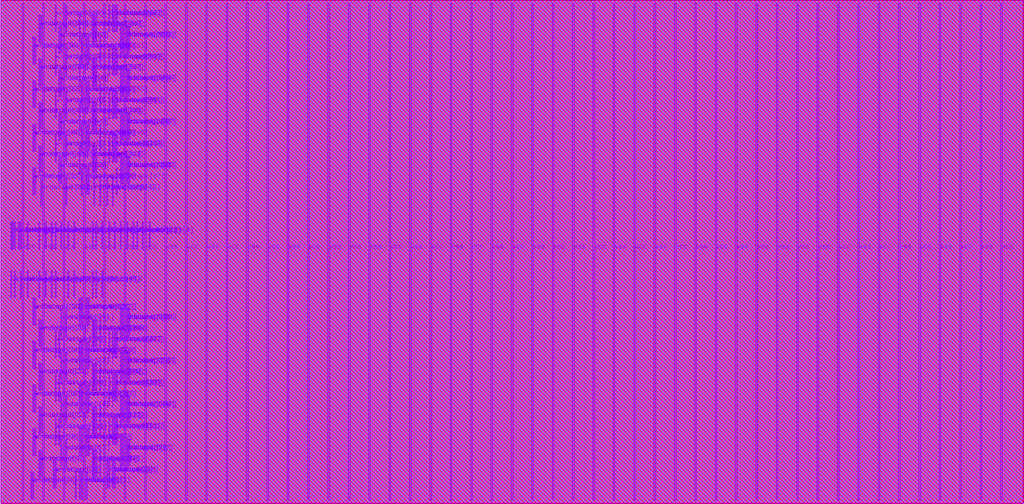
<source format=lef>
VERSION 5.8 ;
BUSBITCHARS "[]" ;
DIVIDERCHAR "/" ;

UNITS
  DATABASE MICRONS 4000 ;
END UNITS

MANUFACTURINGGRID 0.0005 ;

MACRO arf066b128e2r1w0cbbehsaa4acw
  CLASS BLOCK ;
  ORIGIN 0 0 ;
  FOREIGN arf066b128e2r1w0cbbehsaa4acw 0 0 ;
  SIZE 45 BY 22.08 ;
  PIN ckrdp0
    DIRECTION INPUT ;
    USE SIGNAL ;
    PORT
      LAYER m7 ;
        RECT 0.344 11.16 0.388 12.36 ;
    END
  END ckrdp0
  PIN ckrdp1
    DIRECTION INPUT ;
    USE SIGNAL ;
    PORT
      LAYER m7 ;
        RECT 4.112 11.16 4.156 12.36 ;
    END
  END ckrdp1
  PIN ckwrp0
    DIRECTION INPUT ;
    USE SIGNAL ;
    PORT
      LAYER m7 ;
        RECT 0.344 9 0.388 10.2 ;
    END
  END ckwrp0
  PIN rdaddrp0[0]
    DIRECTION INPUT ;
    USE SIGNAL ;
    PORT
      LAYER m7 ;
        RECT 1.884 11.16 1.928 12.36 ;
    END
  END rdaddrp0[0]
  PIN rdaddrp0[1]
    DIRECTION INPUT ;
    USE SIGNAL ;
    PORT
      LAYER m7 ;
        RECT 2.144 11.16 2.188 12.36 ;
    END
  END rdaddrp0[1]
  PIN rdaddrp0[2]
    DIRECTION INPUT ;
    USE SIGNAL ;
    PORT
      LAYER m7 ;
        RECT 2.312 11.16 2.356 12.36 ;
    END
  END rdaddrp0[2]
  PIN rdaddrp0[3]
    DIRECTION INPUT ;
    USE SIGNAL ;
    PORT
      LAYER m7 ;
        RECT 2.572 11.16 2.616 12.36 ;
    END
  END rdaddrp0[3]
  PIN rdaddrp0[4]
    DIRECTION INPUT ;
    USE SIGNAL ;
    PORT
      LAYER m7 ;
        RECT 2.872 11.16 2.916 12.36 ;
    END
  END rdaddrp0[4]
  PIN rdaddrp0[5]
    DIRECTION INPUT ;
    USE SIGNAL ;
    PORT
      LAYER m7 ;
        RECT 3.128 11.16 3.172 12.36 ;
    END
  END rdaddrp0[5]
  PIN rdaddrp0[6]
    DIRECTION INPUT ;
    USE SIGNAL ;
    PORT
      LAYER m7 ;
        RECT 3.944 11.16 3.988 12.36 ;
    END
  END rdaddrp0[6]
  PIN rdaddrp0_fd
    DIRECTION INPUT ;
    USE SIGNAL ;
    PORT
      LAYER m7 ;
        RECT 0.512 11.16 0.556 12.36 ;
    END
  END rdaddrp0_fd
  PIN rdaddrp0_rd
    DIRECTION INPUT ;
    USE SIGNAL ;
    PORT
      LAYER m7 ;
        RECT 0.772 11.16 0.816 12.36 ;
    END
  END rdaddrp0_rd
  PIN rdaddrp1[0]
    DIRECTION INPUT ;
    USE SIGNAL ;
    PORT
      LAYER m7 ;
        RECT 5.484 11.16 5.528 12.36 ;
    END
  END rdaddrp1[0]
  PIN rdaddrp1[1]
    DIRECTION INPUT ;
    USE SIGNAL ;
    PORT
      LAYER m7 ;
        RECT 5.744 11.16 5.788 12.36 ;
    END
  END rdaddrp1[1]
  PIN rdaddrp1[2]
    DIRECTION INPUT ;
    USE SIGNAL ;
    PORT
      LAYER m7 ;
        RECT 5.912 11.16 5.956 12.36 ;
    END
  END rdaddrp1[2]
  PIN rdaddrp1[3]
    DIRECTION INPUT ;
    USE SIGNAL ;
    PORT
      LAYER m7 ;
        RECT 6.172 11.16 6.216 12.36 ;
    END
  END rdaddrp1[3]
  PIN rdaddrp1[4]
    DIRECTION INPUT ;
    USE SIGNAL ;
    PORT
      LAYER m7 ;
        RECT 6.472 11.16 6.516 12.36 ;
    END
  END rdaddrp1[4]
  PIN rdaddrp1[5]
    DIRECTION INPUT ;
    USE SIGNAL ;
    PORT
      LAYER m7 ;
        RECT 0.428 11.16 0.472 12.36 ;
    END
  END rdaddrp1[5]
  PIN rdaddrp1[6]
    DIRECTION INPUT ;
    USE SIGNAL ;
    PORT
      LAYER m7 ;
        RECT 0.684 11.16 0.728 12.36 ;
    END
  END rdaddrp1[6]
  PIN rdaddrp1_fd
    DIRECTION INPUT ;
    USE SIGNAL ;
    PORT
      LAYER m7 ;
        RECT 4.372 11.16 4.416 12.36 ;
    END
  END rdaddrp1_fd
  PIN rdaddrp1_rd
    DIRECTION INPUT ;
    USE SIGNAL ;
    PORT
      LAYER m7 ;
        RECT 4.672 11.16 4.716 12.36 ;
    END
  END rdaddrp1_rd
  PIN rddatap0[0]
    DIRECTION OUTPUT ;
    USE SIGNAL ;
    PORT
      LAYER m7 ;
        RECT 3.212 0.12 3.256 1.32 ;
    END
  END rddatap0[0]
  PIN rddatap0[10]
    DIRECTION OUTPUT ;
    USE SIGNAL ;
    PORT
      LAYER m7 ;
        RECT 4.672 2.52 4.716 3.72 ;
    END
  END rddatap0[10]
  PIN rddatap0[11]
    DIRECTION OUTPUT ;
    USE SIGNAL ;
    PORT
      LAYER m7 ;
        RECT 4.844 2.52 4.888 3.72 ;
    END
  END rddatap0[11]
  PIN rddatap0[12]
    DIRECTION OUTPUT ;
    USE SIGNAL ;
    PORT
      LAYER m7 ;
        RECT 3.944 3 3.988 4.2 ;
    END
  END rddatap0[12]
  PIN rddatap0[13]
    DIRECTION OUTPUT ;
    USE SIGNAL ;
    PORT
      LAYER m7 ;
        RECT 4.028 3 4.072 4.2 ;
    END
  END rddatap0[13]
  PIN rddatap0[14]
    DIRECTION OUTPUT ;
    USE SIGNAL ;
    PORT
      LAYER m7 ;
        RECT 5.184 3.48 5.228 4.68 ;
    END
  END rddatap0[14]
  PIN rddatap0[15]
    DIRECTION OUTPUT ;
    USE SIGNAL ;
    PORT
      LAYER m7 ;
        RECT 5.272 3.48 5.316 4.68 ;
    END
  END rddatap0[15]
  PIN rddatap0[16]
    DIRECTION OUTPUT ;
    USE SIGNAL ;
    PORT
      LAYER m7 ;
        RECT 3.384 3.96 3.428 5.16 ;
    END
  END rddatap0[16]
  PIN rddatap0[17]
    DIRECTION OUTPUT ;
    USE SIGNAL ;
    PORT
      LAYER m7 ;
        RECT 3.472 3.96 3.516 5.16 ;
    END
  END rddatap0[17]
  PIN rddatap0[18]
    DIRECTION OUTPUT ;
    USE SIGNAL ;
    PORT
      LAYER m7 ;
        RECT 4.672 4.44 4.716 5.64 ;
    END
  END rddatap0[18]
  PIN rddatap0[19]
    DIRECTION OUTPUT ;
    USE SIGNAL ;
    PORT
      LAYER m7 ;
        RECT 4.844 4.44 4.888 5.64 ;
    END
  END rddatap0[19]
  PIN rddatap0[1]
    DIRECTION OUTPUT ;
    USE SIGNAL ;
    PORT
      LAYER m7 ;
        RECT 3.384 0.12 3.428 1.32 ;
    END
  END rddatap0[1]
  PIN rddatap0[20]
    DIRECTION OUTPUT ;
    USE SIGNAL ;
    PORT
      LAYER m7 ;
        RECT 3.944 4.92 3.988 6.12 ;
    END
  END rddatap0[20]
  PIN rddatap0[21]
    DIRECTION OUTPUT ;
    USE SIGNAL ;
    PORT
      LAYER m7 ;
        RECT 4.028 4.92 4.072 6.12 ;
    END
  END rddatap0[21]
  PIN rddatap0[22]
    DIRECTION OUTPUT ;
    USE SIGNAL ;
    PORT
      LAYER m7 ;
        RECT 5.184 5.4 5.228 6.6 ;
    END
  END rddatap0[22]
  PIN rddatap0[23]
    DIRECTION OUTPUT ;
    USE SIGNAL ;
    PORT
      LAYER m7 ;
        RECT 5.272 5.4 5.316 6.6 ;
    END
  END rddatap0[23]
  PIN rddatap0[24]
    DIRECTION OUTPUT ;
    USE SIGNAL ;
    PORT
      LAYER m7 ;
        RECT 3.384 5.88 3.428 7.08 ;
    END
  END rddatap0[24]
  PIN rddatap0[25]
    DIRECTION OUTPUT ;
    USE SIGNAL ;
    PORT
      LAYER m7 ;
        RECT 3.472 5.88 3.516 7.08 ;
    END
  END rddatap0[25]
  PIN rddatap0[26]
    DIRECTION OUTPUT ;
    USE SIGNAL ;
    PORT
      LAYER m7 ;
        RECT 4.672 6.36 4.716 7.56 ;
    END
  END rddatap0[26]
  PIN rddatap0[27]
    DIRECTION OUTPUT ;
    USE SIGNAL ;
    PORT
      LAYER m7 ;
        RECT 4.844 6.36 4.888 7.56 ;
    END
  END rddatap0[27]
  PIN rddatap0[28]
    DIRECTION OUTPUT ;
    USE SIGNAL ;
    PORT
      LAYER m7 ;
        RECT 3.944 6.84 3.988 8.04 ;
    END
  END rddatap0[28]
  PIN rddatap0[29]
    DIRECTION OUTPUT ;
    USE SIGNAL ;
    PORT
      LAYER m7 ;
        RECT 4.028 6.84 4.072 8.04 ;
    END
  END rddatap0[29]
  PIN rddatap0[2]
    DIRECTION OUTPUT ;
    USE SIGNAL ;
    PORT
      LAYER m7 ;
        RECT 4.584 0.6 4.628 1.8 ;
    END
  END rddatap0[2]
  PIN rddatap0[30]
    DIRECTION OUTPUT ;
    USE SIGNAL ;
    PORT
      LAYER m7 ;
        RECT 5.184 7.32 5.228 8.52 ;
    END
  END rddatap0[30]
  PIN rddatap0[31]
    DIRECTION OUTPUT ;
    USE SIGNAL ;
    PORT
      LAYER m7 ;
        RECT 5.272 7.32 5.316 8.52 ;
    END
  END rddatap0[31]
  PIN rddatap0[32]
    DIRECTION OUTPUT ;
    USE SIGNAL ;
    PORT
      LAYER m7 ;
        RECT 3.384 7.8 3.428 9 ;
    END
  END rddatap0[32]
  PIN rddatap0[33]
    DIRECTION OUTPUT ;
    USE SIGNAL ;
    PORT
      LAYER m7 ;
        RECT 3.472 7.8 3.516 9 ;
    END
  END rddatap0[33]
  PIN rddatap0[34]
    DIRECTION OUTPUT ;
    USE SIGNAL ;
    PORT
      LAYER m7 ;
        RECT 4.028 13.08 4.072 14.28 ;
    END
  END rddatap0[34]
  PIN rddatap0[35]
    DIRECTION OUTPUT ;
    USE SIGNAL ;
    PORT
      LAYER m7 ;
        RECT 4.284 13.08 4.328 14.28 ;
    END
  END rddatap0[35]
  PIN rddatap0[36]
    DIRECTION OUTPUT ;
    USE SIGNAL ;
    PORT
      LAYER m7 ;
        RECT 3.472 13.56 3.516 14.76 ;
    END
  END rddatap0[36]
  PIN rddatap0[37]
    DIRECTION OUTPUT ;
    USE SIGNAL ;
    PORT
      LAYER m7 ;
        RECT 3.684 13.56 3.728 14.76 ;
    END
  END rddatap0[37]
  PIN rddatap0[38]
    DIRECTION OUTPUT ;
    USE SIGNAL ;
    PORT
      LAYER m7 ;
        RECT 5.184 14.04 5.228 15.24 ;
    END
  END rddatap0[38]
  PIN rddatap0[39]
    DIRECTION OUTPUT ;
    USE SIGNAL ;
    PORT
      LAYER m7 ;
        RECT 5.272 14.04 5.316 15.24 ;
    END
  END rddatap0[39]
  PIN rddatap0[3]
    DIRECTION OUTPUT ;
    USE SIGNAL ;
    PORT
      LAYER m7 ;
        RECT 4.672 0.6 4.716 1.8 ;
    END
  END rddatap0[3]
  PIN rddatap0[40]
    DIRECTION OUTPUT ;
    USE SIGNAL ;
    PORT
      LAYER m7 ;
        RECT 3.384 14.52 3.428 15.72 ;
    END
  END rddatap0[40]
  PIN rddatap0[41]
    DIRECTION OUTPUT ;
    USE SIGNAL ;
    PORT
      LAYER m7 ;
        RECT 3.944 14.52 3.988 15.72 ;
    END
  END rddatap0[41]
  PIN rddatap0[42]
    DIRECTION OUTPUT ;
    USE SIGNAL ;
    PORT
      LAYER m7 ;
        RECT 4.672 15 4.716 16.2 ;
    END
  END rddatap0[42]
  PIN rddatap0[43]
    DIRECTION OUTPUT ;
    USE SIGNAL ;
    PORT
      LAYER m7 ;
        RECT 4.844 15 4.888 16.2 ;
    END
  END rddatap0[43]
  PIN rddatap0[44]
    DIRECTION OUTPUT ;
    USE SIGNAL ;
    PORT
      LAYER m7 ;
        RECT 3.472 15.48 3.516 16.68 ;
    END
  END rddatap0[44]
  PIN rddatap0[45]
    DIRECTION OUTPUT ;
    USE SIGNAL ;
    PORT
      LAYER m7 ;
        RECT 3.684 15.48 3.728 16.68 ;
    END
  END rddatap0[45]
  PIN rddatap0[46]
    DIRECTION OUTPUT ;
    USE SIGNAL ;
    PORT
      LAYER m7 ;
        RECT 5.184 15.96 5.228 17.16 ;
    END
  END rddatap0[46]
  PIN rddatap0[47]
    DIRECTION OUTPUT ;
    USE SIGNAL ;
    PORT
      LAYER m7 ;
        RECT 5.272 15.96 5.316 17.16 ;
    END
  END rddatap0[47]
  PIN rddatap0[48]
    DIRECTION OUTPUT ;
    USE SIGNAL ;
    PORT
      LAYER m7 ;
        RECT 3.384 16.44 3.428 17.64 ;
    END
  END rddatap0[48]
  PIN rddatap0[49]
    DIRECTION OUTPUT ;
    USE SIGNAL ;
    PORT
      LAYER m7 ;
        RECT 3.944 16.44 3.988 17.64 ;
    END
  END rddatap0[49]
  PIN rddatap0[4]
    DIRECTION OUTPUT ;
    USE SIGNAL ;
    PORT
      LAYER m7 ;
        RECT 3.944 1.08 3.988 2.28 ;
    END
  END rddatap0[4]
  PIN rddatap0[50]
    DIRECTION OUTPUT ;
    USE SIGNAL ;
    PORT
      LAYER m7 ;
        RECT 4.672 16.92 4.716 18.12 ;
    END
  END rddatap0[50]
  PIN rddatap0[51]
    DIRECTION OUTPUT ;
    USE SIGNAL ;
    PORT
      LAYER m7 ;
        RECT 4.844 16.92 4.888 18.12 ;
    END
  END rddatap0[51]
  PIN rddatap0[52]
    DIRECTION OUTPUT ;
    USE SIGNAL ;
    PORT
      LAYER m7 ;
        RECT 3.472 17.4 3.516 18.6 ;
    END
  END rddatap0[52]
  PIN rddatap0[53]
    DIRECTION OUTPUT ;
    USE SIGNAL ;
    PORT
      LAYER m7 ;
        RECT 3.684 17.4 3.728 18.6 ;
    END
  END rddatap0[53]
  PIN rddatap0[54]
    DIRECTION OUTPUT ;
    USE SIGNAL ;
    PORT
      LAYER m7 ;
        RECT 5.184 17.88 5.228 19.08 ;
    END
  END rddatap0[54]
  PIN rddatap0[55]
    DIRECTION OUTPUT ;
    USE SIGNAL ;
    PORT
      LAYER m7 ;
        RECT 5.272 17.88 5.316 19.08 ;
    END
  END rddatap0[55]
  PIN rddatap0[56]
    DIRECTION OUTPUT ;
    USE SIGNAL ;
    PORT
      LAYER m7 ;
        RECT 3.384 18.36 3.428 19.56 ;
    END
  END rddatap0[56]
  PIN rddatap0[57]
    DIRECTION OUTPUT ;
    USE SIGNAL ;
    PORT
      LAYER m7 ;
        RECT 3.944 18.36 3.988 19.56 ;
    END
  END rddatap0[57]
  PIN rddatap0[58]
    DIRECTION OUTPUT ;
    USE SIGNAL ;
    PORT
      LAYER m7 ;
        RECT 4.672 18.84 4.716 20.04 ;
    END
  END rddatap0[58]
  PIN rddatap0[59]
    DIRECTION OUTPUT ;
    USE SIGNAL ;
    PORT
      LAYER m7 ;
        RECT 4.844 18.84 4.888 20.04 ;
    END
  END rddatap0[59]
  PIN rddatap0[5]
    DIRECTION OUTPUT ;
    USE SIGNAL ;
    PORT
      LAYER m7 ;
        RECT 4.028 1.08 4.072 2.28 ;
    END
  END rddatap0[5]
  PIN rddatap0[60]
    DIRECTION OUTPUT ;
    USE SIGNAL ;
    PORT
      LAYER m7 ;
        RECT 3.472 19.32 3.516 20.52 ;
    END
  END rddatap0[60]
  PIN rddatap0[61]
    DIRECTION OUTPUT ;
    USE SIGNAL ;
    PORT
      LAYER m7 ;
        RECT 3.684 19.32 3.728 20.52 ;
    END
  END rddatap0[61]
  PIN rddatap0[62]
    DIRECTION OUTPUT ;
    USE SIGNAL ;
    PORT
      LAYER m7 ;
        RECT 5.184 19.8 5.228 21 ;
    END
  END rddatap0[62]
  PIN rddatap0[63]
    DIRECTION OUTPUT ;
    USE SIGNAL ;
    PORT
      LAYER m7 ;
        RECT 5.272 19.8 5.316 21 ;
    END
  END rddatap0[63]
  PIN rddatap0[64]
    DIRECTION OUTPUT ;
    USE SIGNAL ;
    PORT
      LAYER m7 ;
        RECT 3.384 20.28 3.428 21.48 ;
    END
  END rddatap0[64]
  PIN rddatap0[65]
    DIRECTION OUTPUT ;
    USE SIGNAL ;
    PORT
      LAYER m7 ;
        RECT 3.944 20.28 3.988 21.48 ;
    END
  END rddatap0[65]
  PIN rddatap0[66]
    DIRECTION OUTPUT ;
    USE SIGNAL ;
    PORT
      LAYER m7 ;
        RECT 4.672 20.76 4.716 21.96 ;
    END
  END rddatap0[66]
  PIN rddatap0[67]
    DIRECTION OUTPUT ;
    USE SIGNAL ;
    PORT
      LAYER m7 ;
        RECT 4.844 20.76 4.888 21.96 ;
    END
  END rddatap0[67]
  PIN rddatap0[6]
    DIRECTION OUTPUT ;
    USE SIGNAL ;
    PORT
      LAYER m7 ;
        RECT 5.184 1.56 5.228 2.76 ;
    END
  END rddatap0[6]
  PIN rddatap0[7]
    DIRECTION OUTPUT ;
    USE SIGNAL ;
    PORT
      LAYER m7 ;
        RECT 5.272 1.56 5.316 2.76 ;
    END
  END rddatap0[7]
  PIN rddatap0[8]
    DIRECTION OUTPUT ;
    USE SIGNAL ;
    PORT
      LAYER m7 ;
        RECT 3.384 2.04 3.428 3.24 ;
    END
  END rddatap0[8]
  PIN rddatap0[9]
    DIRECTION OUTPUT ;
    USE SIGNAL ;
    PORT
      LAYER m7 ;
        RECT 3.472 2.04 3.516 3.24 ;
    END
  END rddatap0[9]
  PIN rddatap1[0]
    DIRECTION OUTPUT ;
    USE SIGNAL ;
    PORT
      LAYER m7 ;
        RECT 3.472 0.12 3.516 1.32 ;
    END
  END rddatap1[0]
  PIN rddatap1[10]
    DIRECTION OUTPUT ;
    USE SIGNAL ;
    PORT
      LAYER m7 ;
        RECT 4.928 2.52 4.972 3.72 ;
    END
  END rddatap1[10]
  PIN rddatap1[11]
    DIRECTION OUTPUT ;
    USE SIGNAL ;
    PORT
      LAYER m7 ;
        RECT 5.012 2.52 5.056 3.72 ;
    END
  END rddatap1[11]
  PIN rddatap1[12]
    DIRECTION OUTPUT ;
    USE SIGNAL ;
    PORT
      LAYER m7 ;
        RECT 4.112 3 4.156 4.2 ;
    END
  END rddatap1[12]
  PIN rddatap1[13]
    DIRECTION OUTPUT ;
    USE SIGNAL ;
    PORT
      LAYER m7 ;
        RECT 4.284 3 4.328 4.2 ;
    END
  END rddatap1[13]
  PIN rddatap1[14]
    DIRECTION OUTPUT ;
    USE SIGNAL ;
    PORT
      LAYER m7 ;
        RECT 5.484 3.48 5.528 4.68 ;
    END
  END rddatap1[14]
  PIN rddatap1[15]
    DIRECTION OUTPUT ;
    USE SIGNAL ;
    PORT
      LAYER m7 ;
        RECT 5.572 3.48 5.616 4.68 ;
    END
  END rddatap1[15]
  PIN rddatap1[16]
    DIRECTION OUTPUT ;
    USE SIGNAL ;
    PORT
      LAYER m7 ;
        RECT 3.684 3.96 3.728 5.16 ;
    END
  END rddatap1[16]
  PIN rddatap1[17]
    DIRECTION OUTPUT ;
    USE SIGNAL ;
    PORT
      LAYER m7 ;
        RECT 3.772 3.96 3.816 5.16 ;
    END
  END rddatap1[17]
  PIN rddatap1[18]
    DIRECTION OUTPUT ;
    USE SIGNAL ;
    PORT
      LAYER m7 ;
        RECT 4.928 4.44 4.972 5.64 ;
    END
  END rddatap1[18]
  PIN rddatap1[19]
    DIRECTION OUTPUT ;
    USE SIGNAL ;
    PORT
      LAYER m7 ;
        RECT 5.012 4.44 5.056 5.64 ;
    END
  END rddatap1[19]
  PIN rddatap1[1]
    DIRECTION OUTPUT ;
    USE SIGNAL ;
    PORT
      LAYER m7 ;
        RECT 3.684 0.12 3.728 1.32 ;
    END
  END rddatap1[1]
  PIN rddatap1[20]
    DIRECTION OUTPUT ;
    USE SIGNAL ;
    PORT
      LAYER m7 ;
        RECT 4.112 4.92 4.156 6.12 ;
    END
  END rddatap1[20]
  PIN rddatap1[21]
    DIRECTION OUTPUT ;
    USE SIGNAL ;
    PORT
      LAYER m7 ;
        RECT 4.284 4.92 4.328 6.12 ;
    END
  END rddatap1[21]
  PIN rddatap1[22]
    DIRECTION OUTPUT ;
    USE SIGNAL ;
    PORT
      LAYER m7 ;
        RECT 5.484 5.4 5.528 6.6 ;
    END
  END rddatap1[22]
  PIN rddatap1[23]
    DIRECTION OUTPUT ;
    USE SIGNAL ;
    PORT
      LAYER m7 ;
        RECT 5.572 5.4 5.616 6.6 ;
    END
  END rddatap1[23]
  PIN rddatap1[24]
    DIRECTION OUTPUT ;
    USE SIGNAL ;
    PORT
      LAYER m7 ;
        RECT 3.684 5.88 3.728 7.08 ;
    END
  END rddatap1[24]
  PIN rddatap1[25]
    DIRECTION OUTPUT ;
    USE SIGNAL ;
    PORT
      LAYER m7 ;
        RECT 3.772 5.88 3.816 7.08 ;
    END
  END rddatap1[25]
  PIN rddatap1[26]
    DIRECTION OUTPUT ;
    USE SIGNAL ;
    PORT
      LAYER m7 ;
        RECT 4.928 6.36 4.972 7.56 ;
    END
  END rddatap1[26]
  PIN rddatap1[27]
    DIRECTION OUTPUT ;
    USE SIGNAL ;
    PORT
      LAYER m7 ;
        RECT 5.012 6.36 5.056 7.56 ;
    END
  END rddatap1[27]
  PIN rddatap1[28]
    DIRECTION OUTPUT ;
    USE SIGNAL ;
    PORT
      LAYER m7 ;
        RECT 4.112 6.84 4.156 8.04 ;
    END
  END rddatap1[28]
  PIN rddatap1[29]
    DIRECTION OUTPUT ;
    USE SIGNAL ;
    PORT
      LAYER m7 ;
        RECT 4.284 6.84 4.328 8.04 ;
    END
  END rddatap1[29]
  PIN rddatap1[2]
    DIRECTION OUTPUT ;
    USE SIGNAL ;
    PORT
      LAYER m7 ;
        RECT 4.844 0.6 4.888 1.8 ;
    END
  END rddatap1[2]
  PIN rddatap1[30]
    DIRECTION OUTPUT ;
    USE SIGNAL ;
    PORT
      LAYER m7 ;
        RECT 5.484 7.32 5.528 8.52 ;
    END
  END rddatap1[30]
  PIN rddatap1[31]
    DIRECTION OUTPUT ;
    USE SIGNAL ;
    PORT
      LAYER m7 ;
        RECT 5.572 7.32 5.616 8.52 ;
    END
  END rddatap1[31]
  PIN rddatap1[32]
    DIRECTION OUTPUT ;
    USE SIGNAL ;
    PORT
      LAYER m7 ;
        RECT 3.684 7.8 3.728 9 ;
    END
  END rddatap1[32]
  PIN rddatap1[33]
    DIRECTION OUTPUT ;
    USE SIGNAL ;
    PORT
      LAYER m7 ;
        RECT 3.772 7.8 3.816 9 ;
    END
  END rddatap1[33]
  PIN rddatap1[34]
    DIRECTION OUTPUT ;
    USE SIGNAL ;
    PORT
      LAYER m7 ;
        RECT 4.584 13.08 4.628 14.28 ;
    END
  END rddatap1[34]
  PIN rddatap1[35]
    DIRECTION OUTPUT ;
    USE SIGNAL ;
    PORT
      LAYER m7 ;
        RECT 4.844 13.08 4.888 14.28 ;
    END
  END rddatap1[35]
  PIN rddatap1[36]
    DIRECTION OUTPUT ;
    USE SIGNAL ;
    PORT
      LAYER m7 ;
        RECT 3.772 13.56 3.816 14.76 ;
    END
  END rddatap1[36]
  PIN rddatap1[37]
    DIRECTION OUTPUT ;
    USE SIGNAL ;
    PORT
      LAYER m7 ;
        RECT 5.012 13.56 5.056 14.76 ;
    END
  END rddatap1[37]
  PIN rddatap1[38]
    DIRECTION OUTPUT ;
    USE SIGNAL ;
    PORT
      LAYER m7 ;
        RECT 5.484 14.04 5.528 15.24 ;
    END
  END rddatap1[38]
  PIN rddatap1[39]
    DIRECTION OUTPUT ;
    USE SIGNAL ;
    PORT
      LAYER m7 ;
        RECT 5.572 14.04 5.616 15.24 ;
    END
  END rddatap1[39]
  PIN rddatap1[3]
    DIRECTION OUTPUT ;
    USE SIGNAL ;
    PORT
      LAYER m7 ;
        RECT 4.928 0.6 4.972 1.8 ;
    END
  END rddatap1[3]
  PIN rddatap1[40]
    DIRECTION OUTPUT ;
    USE SIGNAL ;
    PORT
      LAYER m7 ;
        RECT 4.028 14.52 4.072 15.72 ;
    END
  END rddatap1[40]
  PIN rddatap1[41]
    DIRECTION OUTPUT ;
    USE SIGNAL ;
    PORT
      LAYER m7 ;
        RECT 4.112 14.52 4.156 15.72 ;
    END
  END rddatap1[41]
  PIN rddatap1[42]
    DIRECTION OUTPUT ;
    USE SIGNAL ;
    PORT
      LAYER m7 ;
        RECT 4.928 15 4.972 16.2 ;
    END
  END rddatap1[42]
  PIN rddatap1[43]
    DIRECTION OUTPUT ;
    USE SIGNAL ;
    PORT
      LAYER m7 ;
        RECT 5.012 15 5.056 16.2 ;
    END
  END rddatap1[43]
  PIN rddatap1[44]
    DIRECTION OUTPUT ;
    USE SIGNAL ;
    PORT
      LAYER m7 ;
        RECT 3.772 15.48 3.816 16.68 ;
    END
  END rddatap1[44]
  PIN rddatap1[45]
    DIRECTION OUTPUT ;
    USE SIGNAL ;
    PORT
      LAYER m7 ;
        RECT 4.284 15.48 4.328 16.68 ;
    END
  END rddatap1[45]
  PIN rddatap1[46]
    DIRECTION OUTPUT ;
    USE SIGNAL ;
    PORT
      LAYER m7 ;
        RECT 5.484 15.96 5.528 17.16 ;
    END
  END rddatap1[46]
  PIN rddatap1[47]
    DIRECTION OUTPUT ;
    USE SIGNAL ;
    PORT
      LAYER m7 ;
        RECT 5.572 15.96 5.616 17.16 ;
    END
  END rddatap1[47]
  PIN rddatap1[48]
    DIRECTION OUTPUT ;
    USE SIGNAL ;
    PORT
      LAYER m7 ;
        RECT 4.028 16.44 4.072 17.64 ;
    END
  END rddatap1[48]
  PIN rddatap1[49]
    DIRECTION OUTPUT ;
    USE SIGNAL ;
    PORT
      LAYER m7 ;
        RECT 4.112 16.44 4.156 17.64 ;
    END
  END rddatap1[49]
  PIN rddatap1[4]
    DIRECTION OUTPUT ;
    USE SIGNAL ;
    PORT
      LAYER m7 ;
        RECT 4.112 1.08 4.156 2.28 ;
    END
  END rddatap1[4]
  PIN rddatap1[50]
    DIRECTION OUTPUT ;
    USE SIGNAL ;
    PORT
      LAYER m7 ;
        RECT 4.928 16.92 4.972 18.12 ;
    END
  END rddatap1[50]
  PIN rddatap1[51]
    DIRECTION OUTPUT ;
    USE SIGNAL ;
    PORT
      LAYER m7 ;
        RECT 5.012 16.92 5.056 18.12 ;
    END
  END rddatap1[51]
  PIN rddatap1[52]
    DIRECTION OUTPUT ;
    USE SIGNAL ;
    PORT
      LAYER m7 ;
        RECT 3.772 17.4 3.816 18.6 ;
    END
  END rddatap1[52]
  PIN rddatap1[53]
    DIRECTION OUTPUT ;
    USE SIGNAL ;
    PORT
      LAYER m7 ;
        RECT 4.284 17.4 4.328 18.6 ;
    END
  END rddatap1[53]
  PIN rddatap1[54]
    DIRECTION OUTPUT ;
    USE SIGNAL ;
    PORT
      LAYER m7 ;
        RECT 5.484 17.88 5.528 19.08 ;
    END
  END rddatap1[54]
  PIN rddatap1[55]
    DIRECTION OUTPUT ;
    USE SIGNAL ;
    PORT
      LAYER m7 ;
        RECT 5.572 17.88 5.616 19.08 ;
    END
  END rddatap1[55]
  PIN rddatap1[56]
    DIRECTION OUTPUT ;
    USE SIGNAL ;
    PORT
      LAYER m7 ;
        RECT 4.028 18.36 4.072 19.56 ;
    END
  END rddatap1[56]
  PIN rddatap1[57]
    DIRECTION OUTPUT ;
    USE SIGNAL ;
    PORT
      LAYER m7 ;
        RECT 4.112 18.36 4.156 19.56 ;
    END
  END rddatap1[57]
  PIN rddatap1[58]
    DIRECTION OUTPUT ;
    USE SIGNAL ;
    PORT
      LAYER m7 ;
        RECT 4.928 18.84 4.972 20.04 ;
    END
  END rddatap1[58]
  PIN rddatap1[59]
    DIRECTION OUTPUT ;
    USE SIGNAL ;
    PORT
      LAYER m7 ;
        RECT 5.012 18.84 5.056 20.04 ;
    END
  END rddatap1[59]
  PIN rddatap1[5]
    DIRECTION OUTPUT ;
    USE SIGNAL ;
    PORT
      LAYER m7 ;
        RECT 4.284 1.08 4.328 2.28 ;
    END
  END rddatap1[5]
  PIN rddatap1[60]
    DIRECTION OUTPUT ;
    USE SIGNAL ;
    PORT
      LAYER m7 ;
        RECT 3.772 19.32 3.816 20.52 ;
    END
  END rddatap1[60]
  PIN rddatap1[61]
    DIRECTION OUTPUT ;
    USE SIGNAL ;
    PORT
      LAYER m7 ;
        RECT 4.284 19.32 4.328 20.52 ;
    END
  END rddatap1[61]
  PIN rddatap1[62]
    DIRECTION OUTPUT ;
    USE SIGNAL ;
    PORT
      LAYER m7 ;
        RECT 5.484 19.8 5.528 21 ;
    END
  END rddatap1[62]
  PIN rddatap1[63]
    DIRECTION OUTPUT ;
    USE SIGNAL ;
    PORT
      LAYER m7 ;
        RECT 5.572 19.8 5.616 21 ;
    END
  END rddatap1[63]
  PIN rddatap1[64]
    DIRECTION OUTPUT ;
    USE SIGNAL ;
    PORT
      LAYER m7 ;
        RECT 4.028 20.28 4.072 21.48 ;
    END
  END rddatap1[64]
  PIN rddatap1[65]
    DIRECTION OUTPUT ;
    USE SIGNAL ;
    PORT
      LAYER m7 ;
        RECT 4.112 20.28 4.156 21.48 ;
    END
  END rddatap1[65]
  PIN rddatap1[66]
    DIRECTION OUTPUT ;
    USE SIGNAL ;
    PORT
      LAYER m7 ;
        RECT 4.928 20.76 4.972 21.96 ;
    END
  END rddatap1[66]
  PIN rddatap1[67]
    DIRECTION OUTPUT ;
    USE SIGNAL ;
    PORT
      LAYER m7 ;
        RECT 5.012 20.76 5.056 21.96 ;
    END
  END rddatap1[67]
  PIN rddatap1[6]
    DIRECTION OUTPUT ;
    USE SIGNAL ;
    PORT
      LAYER m7 ;
        RECT 5.484 1.56 5.528 2.76 ;
    END
  END rddatap1[6]
  PIN rddatap1[7]
    DIRECTION OUTPUT ;
    USE SIGNAL ;
    PORT
      LAYER m7 ;
        RECT 5.572 1.56 5.616 2.76 ;
    END
  END rddatap1[7]
  PIN rddatap1[8]
    DIRECTION OUTPUT ;
    USE SIGNAL ;
    PORT
      LAYER m7 ;
        RECT 3.684 2.04 3.728 3.24 ;
    END
  END rddatap1[8]
  PIN rddatap1[9]
    DIRECTION OUTPUT ;
    USE SIGNAL ;
    PORT
      LAYER m7 ;
        RECT 3.772 2.04 3.816 3.24 ;
    END
  END rddatap1[9]
  PIN rdenp0
    DIRECTION INPUT ;
    USE SIGNAL ;
    PORT
      LAYER m7 ;
        RECT 1.072 11.16 1.116 12.36 ;
    END
  END rdenp0
  PIN rdenp1
    DIRECTION INPUT ;
    USE SIGNAL ;
    PORT
      LAYER m7 ;
        RECT 4.928 11.16 4.972 12.36 ;
    END
  END rdenp1
  PIN sdl_initp0
    DIRECTION INPUT ;
    USE SIGNAL ;
    PORT
      LAYER m7 ;
        RECT 1.584 11.16 1.628 12.36 ;
    END
  END sdl_initp0
  PIN sdl_initp1
    DIRECTION INPUT ;
    USE SIGNAL ;
    PORT
      LAYER m7 ;
        RECT 5.184 11.16 5.228 12.36 ;
    END
  END sdl_initp1
  PIN vcc
    DIRECTION INPUT ;
    USE POWER ;
    PORT
      LAYER m7 ;
        RECT 44.062 0.06 44.138 22.02 ;
    END
    PORT
      LAYER m7 ;
        RECT 42.262 0.06 42.338 22.02 ;
    END
    PORT
      LAYER m7 ;
        RECT 40.462 0.06 40.538 22.02 ;
    END
    PORT
      LAYER m7 ;
        RECT 38.662 0.06 38.738 22.02 ;
    END
    PORT
      LAYER m7 ;
        RECT 36.862 0.06 36.938 22.02 ;
    END
    PORT
      LAYER m7 ;
        RECT 35.062 0.06 35.138 22.02 ;
    END
    PORT
      LAYER m7 ;
        RECT 33.262 0.06 33.338 22.02 ;
    END
    PORT
      LAYER m7 ;
        RECT 31.462 0.06 31.538 22.02 ;
    END
    PORT
      LAYER m7 ;
        RECT 29.662 0.06 29.738 22.02 ;
    END
    PORT
      LAYER m7 ;
        RECT 27.862 0.06 27.938 22.02 ;
    END
    PORT
      LAYER m7 ;
        RECT 26.062 0.06 26.138 22.02 ;
    END
    PORT
      LAYER m7 ;
        RECT 24.262 0.06 24.338 22.02 ;
    END
    PORT
      LAYER m7 ;
        RECT 22.462 0.06 22.538 22.02 ;
    END
    PORT
      LAYER m7 ;
        RECT 20.662 0.06 20.738 22.02 ;
    END
    PORT
      LAYER m7 ;
        RECT 18.862 0.06 18.938 22.02 ;
    END
    PORT
      LAYER m7 ;
        RECT 17.062 0.06 17.138 22.02 ;
    END
    PORT
      LAYER m7 ;
        RECT 15.262 0.06 15.338 22.02 ;
    END
    PORT
      LAYER m7 ;
        RECT 13.462 0.06 13.538 22.02 ;
    END
    PORT
      LAYER m7 ;
        RECT 11.662 0.06 11.738 22.02 ;
    END
    PORT
      LAYER m7 ;
        RECT 9.862 0.06 9.938 22.02 ;
    END
    PORT
      LAYER m7 ;
        RECT 8.062 0.06 8.138 22.02 ;
    END
    PORT
      LAYER m7 ;
        RECT 6.262 0.06 6.338 22.02 ;
    END
    PORT
      LAYER m7 ;
        RECT 4.462 0.06 4.538 22.02 ;
    END
    PORT
      LAYER m7 ;
        RECT 2.662 0.06 2.738 22.02 ;
    END
    PORT
      LAYER m7 ;
        RECT 0.862 0.06 0.938 22.02 ;
    END
  END vcc
  PIN vss
    DIRECTION INOUT ;
    USE GROUND ;
    PORT
      LAYER m7 ;
        RECT 43.162 0.06 43.238 22.02 ;
    END
    PORT
      LAYER m7 ;
        RECT 41.362 0.06 41.438 22.02 ;
    END
    PORT
      LAYER m7 ;
        RECT 39.562 0.06 39.638 22.02 ;
    END
    PORT
      LAYER m7 ;
        RECT 37.762 0.06 37.838 22.02 ;
    END
    PORT
      LAYER m7 ;
        RECT 35.962 0.06 36.038 22.02 ;
    END
    PORT
      LAYER m7 ;
        RECT 34.162 0.06 34.238 22.02 ;
    END
    PORT
      LAYER m7 ;
        RECT 32.362 0.06 32.438 22.02 ;
    END
    PORT
      LAYER m7 ;
        RECT 30.562 0.06 30.638 22.02 ;
    END
    PORT
      LAYER m7 ;
        RECT 28.762 0.06 28.838 22.02 ;
    END
    PORT
      LAYER m7 ;
        RECT 26.962 0.06 27.038 22.02 ;
    END
    PORT
      LAYER m7 ;
        RECT 25.162 0.06 25.238 22.02 ;
    END
    PORT
      LAYER m7 ;
        RECT 23.362 0.06 23.438 22.02 ;
    END
    PORT
      LAYER m7 ;
        RECT 21.562 0.06 21.638 22.02 ;
    END
    PORT
      LAYER m7 ;
        RECT 19.762 0.06 19.838 22.02 ;
    END
    PORT
      LAYER m7 ;
        RECT 17.962 0.06 18.038 22.02 ;
    END
    PORT
      LAYER m7 ;
        RECT 16.162 0.06 16.238 22.02 ;
    END
    PORT
      LAYER m7 ;
        RECT 14.362 0.06 14.438 22.02 ;
    END
    PORT
      LAYER m7 ;
        RECT 12.562 0.06 12.638 22.02 ;
    END
    PORT
      LAYER m7 ;
        RECT 10.762 0.06 10.838 22.02 ;
    END
    PORT
      LAYER m7 ;
        RECT 8.962 0.06 9.038 22.02 ;
    END
    PORT
      LAYER m7 ;
        RECT 7.162 0.06 7.238 22.02 ;
    END
    PORT
      LAYER m7 ;
        RECT 5.362 0.06 5.438 22.02 ;
    END
    PORT
      LAYER m7 ;
        RECT 3.562 0.06 3.638 22.02 ;
    END
    PORT
      LAYER m7 ;
        RECT 1.762 0.06 1.838 22.02 ;
    END
  END vss
  PIN wraddrp0[0]
    DIRECTION INPUT ;
    USE SIGNAL ;
    PORT
      LAYER m7 ;
        RECT 2.144 9 2.188 10.2 ;
    END
  END wraddrp0[0]
  PIN wraddrp0[1]
    DIRECTION INPUT ;
    USE SIGNAL ;
    PORT
      LAYER m7 ;
        RECT 2.312 9 2.356 10.2 ;
    END
  END wraddrp0[1]
  PIN wraddrp0[2]
    DIRECTION INPUT ;
    USE SIGNAL ;
    PORT
      LAYER m7 ;
        RECT 2.872 9 2.916 10.2 ;
    END
  END wraddrp0[2]
  PIN wraddrp0[3]
    DIRECTION INPUT ;
    USE SIGNAL ;
    PORT
      LAYER m7 ;
        RECT 3.128 9 3.172 10.2 ;
    END
  END wraddrp0[3]
  PIN wraddrp0[4]
    DIRECTION INPUT ;
    USE SIGNAL ;
    PORT
      LAYER m7 ;
        RECT 3.944 9 3.988 10.2 ;
    END
  END wraddrp0[4]
  PIN wraddrp0[5]
    DIRECTION INPUT ;
    USE SIGNAL ;
    PORT
      LAYER m7 ;
        RECT 4.112 9 4.156 10.2 ;
    END
  END wraddrp0[5]
  PIN wraddrp0[6]
    DIRECTION INPUT ;
    USE SIGNAL ;
    PORT
      LAYER m7 ;
        RECT 4.372 9 4.416 10.2 ;
    END
  END wraddrp0[6]
  PIN wraddrp0_fd
    DIRECTION INPUT ;
    USE SIGNAL ;
    PORT
      LAYER m7 ;
        RECT 0.512 9 0.556 10.2 ;
    END
  END wraddrp0_fd
  PIN wraddrp0_rd
    DIRECTION INPUT ;
    USE SIGNAL ;
    PORT
      LAYER m7 ;
        RECT 0.772 9 0.816 10.2 ;
    END
  END wraddrp0_rd
  PIN wrdatap0[0]
    DIRECTION INPUT ;
    USE SIGNAL ;
    PORT
      LAYER m7 ;
        RECT 1.244 0.12 1.288 1.32 ;
    END
  END wrdatap0[0]
  PIN wrdatap0[10]
    DIRECTION INPUT ;
    USE SIGNAL ;
    PORT
      LAYER m7 ;
        RECT 2.312 2.52 2.356 3.72 ;
    END
  END wrdatap0[10]
  PIN wrdatap0[11]
    DIRECTION INPUT ;
    USE SIGNAL ;
    PORT
      LAYER m7 ;
        RECT 2.484 2.52 2.528 3.72 ;
    END
  END wrdatap0[11]
  PIN wrdatap0[12]
    DIRECTION INPUT ;
    USE SIGNAL ;
    PORT
      LAYER m7 ;
        RECT 1.584 3 1.628 4.2 ;
    END
  END wrdatap0[12]
  PIN wrdatap0[13]
    DIRECTION INPUT ;
    USE SIGNAL ;
    PORT
      LAYER m7 ;
        RECT 1.672 3 1.716 4.2 ;
    END
  END wrdatap0[13]
  PIN wrdatap0[14]
    DIRECTION INPUT ;
    USE SIGNAL ;
    PORT
      LAYER m7 ;
        RECT 2.572 3.48 2.616 4.68 ;
    END
  END wrdatap0[14]
  PIN wrdatap0[15]
    DIRECTION INPUT ;
    USE SIGNAL ;
    PORT
      LAYER m7 ;
        RECT 2.784 3.48 2.828 4.68 ;
    END
  END wrdatap0[15]
  PIN wrdatap0[16]
    DIRECTION INPUT ;
    USE SIGNAL ;
    PORT
      LAYER m7 ;
        RECT 1.328 3.96 1.372 5.16 ;
    END
  END wrdatap0[16]
  PIN wrdatap0[17]
    DIRECTION INPUT ;
    USE SIGNAL ;
    PORT
      LAYER m7 ;
        RECT 1.412 3.96 1.456 5.16 ;
    END
  END wrdatap0[17]
  PIN wrdatap0[18]
    DIRECTION INPUT ;
    USE SIGNAL ;
    PORT
      LAYER m7 ;
        RECT 2.312 4.44 2.356 5.64 ;
    END
  END wrdatap0[18]
  PIN wrdatap0[19]
    DIRECTION INPUT ;
    USE SIGNAL ;
    PORT
      LAYER m7 ;
        RECT 2.484 4.44 2.528 5.64 ;
    END
  END wrdatap0[19]
  PIN wrdatap0[1]
    DIRECTION INPUT ;
    USE SIGNAL ;
    PORT
      LAYER m7 ;
        RECT 1.328 0.12 1.372 1.32 ;
    END
  END wrdatap0[1]
  PIN wrdatap0[20]
    DIRECTION INPUT ;
    USE SIGNAL ;
    PORT
      LAYER m7 ;
        RECT 1.584 4.92 1.628 6.12 ;
    END
  END wrdatap0[20]
  PIN wrdatap0[21]
    DIRECTION INPUT ;
    USE SIGNAL ;
    PORT
      LAYER m7 ;
        RECT 1.672 4.92 1.716 6.12 ;
    END
  END wrdatap0[21]
  PIN wrdatap0[22]
    DIRECTION INPUT ;
    USE SIGNAL ;
    PORT
      LAYER m7 ;
        RECT 2.572 5.4 2.616 6.6 ;
    END
  END wrdatap0[22]
  PIN wrdatap0[23]
    DIRECTION INPUT ;
    USE SIGNAL ;
    PORT
      LAYER m7 ;
        RECT 2.784 5.4 2.828 6.6 ;
    END
  END wrdatap0[23]
  PIN wrdatap0[24]
    DIRECTION INPUT ;
    USE SIGNAL ;
    PORT
      LAYER m7 ;
        RECT 1.328 5.88 1.372 7.08 ;
    END
  END wrdatap0[24]
  PIN wrdatap0[25]
    DIRECTION INPUT ;
    USE SIGNAL ;
    PORT
      LAYER m7 ;
        RECT 1.412 5.88 1.456 7.08 ;
    END
  END wrdatap0[25]
  PIN wrdatap0[26]
    DIRECTION INPUT ;
    USE SIGNAL ;
    PORT
      LAYER m7 ;
        RECT 2.312 6.36 2.356 7.56 ;
    END
  END wrdatap0[26]
  PIN wrdatap0[27]
    DIRECTION INPUT ;
    USE SIGNAL ;
    PORT
      LAYER m7 ;
        RECT 2.484 6.36 2.528 7.56 ;
    END
  END wrdatap0[27]
  PIN wrdatap0[28]
    DIRECTION INPUT ;
    USE SIGNAL ;
    PORT
      LAYER m7 ;
        RECT 1.584 6.84 1.628 8.04 ;
    END
  END wrdatap0[28]
  PIN wrdatap0[29]
    DIRECTION INPUT ;
    USE SIGNAL ;
    PORT
      LAYER m7 ;
        RECT 1.672 6.84 1.716 8.04 ;
    END
  END wrdatap0[29]
  PIN wrdatap0[2]
    DIRECTION INPUT ;
    USE SIGNAL ;
    PORT
      LAYER m7 ;
        RECT 2.228 0.6 2.272 1.8 ;
    END
  END wrdatap0[2]
  PIN wrdatap0[30]
    DIRECTION INPUT ;
    USE SIGNAL ;
    PORT
      LAYER m7 ;
        RECT 2.572 7.32 2.616 8.52 ;
    END
  END wrdatap0[30]
  PIN wrdatap0[31]
    DIRECTION INPUT ;
    USE SIGNAL ;
    PORT
      LAYER m7 ;
        RECT 2.784 7.32 2.828 8.52 ;
    END
  END wrdatap0[31]
  PIN wrdatap0[32]
    DIRECTION INPUT ;
    USE SIGNAL ;
    PORT
      LAYER m7 ;
        RECT 1.328 7.8 1.372 9 ;
    END
  END wrdatap0[32]
  PIN wrdatap0[33]
    DIRECTION INPUT ;
    USE SIGNAL ;
    PORT
      LAYER m7 ;
        RECT 1.412 7.8 1.456 9 ;
    END
  END wrdatap0[33]
  PIN wrdatap0[34]
    DIRECTION INPUT ;
    USE SIGNAL ;
    PORT
      LAYER m7 ;
        RECT 2.784 13.08 2.828 14.28 ;
    END
  END wrdatap0[34]
  PIN wrdatap0[35]
    DIRECTION INPUT ;
    USE SIGNAL ;
    PORT
      LAYER m7 ;
        RECT 1.672 13.08 1.716 14.28 ;
    END
  END wrdatap0[35]
  PIN wrdatap0[36]
    DIRECTION INPUT ;
    USE SIGNAL ;
    PORT
      LAYER m7 ;
        RECT 1.328 13.56 1.372 14.76 ;
    END
  END wrdatap0[36]
  PIN wrdatap0[37]
    DIRECTION INPUT ;
    USE SIGNAL ;
    PORT
      LAYER m7 ;
        RECT 1.412 13.56 1.456 14.76 ;
    END
  END wrdatap0[37]
  PIN wrdatap0[38]
    DIRECTION INPUT ;
    USE SIGNAL ;
    PORT
      LAYER m7 ;
        RECT 2.484 14.04 2.528 15.24 ;
    END
  END wrdatap0[38]
  PIN wrdatap0[39]
    DIRECTION INPUT ;
    USE SIGNAL ;
    PORT
      LAYER m7 ;
        RECT 2.572 14.04 2.616 15.24 ;
    END
  END wrdatap0[39]
  PIN wrdatap0[3]
    DIRECTION INPUT ;
    USE SIGNAL ;
    PORT
      LAYER m7 ;
        RECT 2.312 0.6 2.356 1.8 ;
    END
  END wrdatap0[3]
  PIN wrdatap0[40]
    DIRECTION INPUT ;
    USE SIGNAL ;
    PORT
      LAYER m7 ;
        RECT 1.584 14.52 1.628 15.72 ;
    END
  END wrdatap0[40]
  PIN wrdatap0[41]
    DIRECTION INPUT ;
    USE SIGNAL ;
    PORT
      LAYER m7 ;
        RECT 1.672 14.52 1.716 15.72 ;
    END
  END wrdatap0[41]
  PIN wrdatap0[42]
    DIRECTION INPUT ;
    USE SIGNAL ;
    PORT
      LAYER m7 ;
        RECT 2.312 15 2.356 16.2 ;
    END
  END wrdatap0[42]
  PIN wrdatap0[43]
    DIRECTION INPUT ;
    USE SIGNAL ;
    PORT
      LAYER m7 ;
        RECT 2.784 15 2.828 16.2 ;
    END
  END wrdatap0[43]
  PIN wrdatap0[44]
    DIRECTION INPUT ;
    USE SIGNAL ;
    PORT
      LAYER m7 ;
        RECT 1.328 15.48 1.372 16.68 ;
    END
  END wrdatap0[44]
  PIN wrdatap0[45]
    DIRECTION INPUT ;
    USE SIGNAL ;
    PORT
      LAYER m7 ;
        RECT 1.412 15.48 1.456 16.68 ;
    END
  END wrdatap0[45]
  PIN wrdatap0[46]
    DIRECTION INPUT ;
    USE SIGNAL ;
    PORT
      LAYER m7 ;
        RECT 2.484 15.96 2.528 17.16 ;
    END
  END wrdatap0[46]
  PIN wrdatap0[47]
    DIRECTION INPUT ;
    USE SIGNAL ;
    PORT
      LAYER m7 ;
        RECT 2.572 15.96 2.616 17.16 ;
    END
  END wrdatap0[47]
  PIN wrdatap0[48]
    DIRECTION INPUT ;
    USE SIGNAL ;
    PORT
      LAYER m7 ;
        RECT 1.584 16.44 1.628 17.64 ;
    END
  END wrdatap0[48]
  PIN wrdatap0[49]
    DIRECTION INPUT ;
    USE SIGNAL ;
    PORT
      LAYER m7 ;
        RECT 1.672 16.44 1.716 17.64 ;
    END
  END wrdatap0[49]
  PIN wrdatap0[4]
    DIRECTION INPUT ;
    USE SIGNAL ;
    PORT
      LAYER m7 ;
        RECT 1.584 1.08 1.628 2.28 ;
    END
  END wrdatap0[4]
  PIN wrdatap0[50]
    DIRECTION INPUT ;
    USE SIGNAL ;
    PORT
      LAYER m7 ;
        RECT 2.312 16.92 2.356 18.12 ;
    END
  END wrdatap0[50]
  PIN wrdatap0[51]
    DIRECTION INPUT ;
    USE SIGNAL ;
    PORT
      LAYER m7 ;
        RECT 2.784 16.92 2.828 18.12 ;
    END
  END wrdatap0[51]
  PIN wrdatap0[52]
    DIRECTION INPUT ;
    USE SIGNAL ;
    PORT
      LAYER m7 ;
        RECT 1.328 17.4 1.372 18.6 ;
    END
  END wrdatap0[52]
  PIN wrdatap0[53]
    DIRECTION INPUT ;
    USE SIGNAL ;
    PORT
      LAYER m7 ;
        RECT 1.412 17.4 1.456 18.6 ;
    END
  END wrdatap0[53]
  PIN wrdatap0[54]
    DIRECTION INPUT ;
    USE SIGNAL ;
    PORT
      LAYER m7 ;
        RECT 2.484 17.88 2.528 19.08 ;
    END
  END wrdatap0[54]
  PIN wrdatap0[55]
    DIRECTION INPUT ;
    USE SIGNAL ;
    PORT
      LAYER m7 ;
        RECT 2.572 17.88 2.616 19.08 ;
    END
  END wrdatap0[55]
  PIN wrdatap0[56]
    DIRECTION INPUT ;
    USE SIGNAL ;
    PORT
      LAYER m7 ;
        RECT 1.584 18.36 1.628 19.56 ;
    END
  END wrdatap0[56]
  PIN wrdatap0[57]
    DIRECTION INPUT ;
    USE SIGNAL ;
    PORT
      LAYER m7 ;
        RECT 1.672 18.36 1.716 19.56 ;
    END
  END wrdatap0[57]
  PIN wrdatap0[58]
    DIRECTION INPUT ;
    USE SIGNAL ;
    PORT
      LAYER m7 ;
        RECT 2.312 18.84 2.356 20.04 ;
    END
  END wrdatap0[58]
  PIN wrdatap0[59]
    DIRECTION INPUT ;
    USE SIGNAL ;
    PORT
      LAYER m7 ;
        RECT 2.784 18.84 2.828 20.04 ;
    END
  END wrdatap0[59]
  PIN wrdatap0[5]
    DIRECTION INPUT ;
    USE SIGNAL ;
    PORT
      LAYER m7 ;
        RECT 1.672 1.08 1.716 2.28 ;
    END
  END wrdatap0[5]
  PIN wrdatap0[60]
    DIRECTION INPUT ;
    USE SIGNAL ;
    PORT
      LAYER m7 ;
        RECT 1.328 19.32 1.372 20.52 ;
    END
  END wrdatap0[60]
  PIN wrdatap0[61]
    DIRECTION INPUT ;
    USE SIGNAL ;
    PORT
      LAYER m7 ;
        RECT 1.412 19.32 1.456 20.52 ;
    END
  END wrdatap0[61]
  PIN wrdatap0[62]
    DIRECTION INPUT ;
    USE SIGNAL ;
    PORT
      LAYER m7 ;
        RECT 2.484 19.8 2.528 21 ;
    END
  END wrdatap0[62]
  PIN wrdatap0[63]
    DIRECTION INPUT ;
    USE SIGNAL ;
    PORT
      LAYER m7 ;
        RECT 2.572 19.8 2.616 21 ;
    END
  END wrdatap0[63]
  PIN wrdatap0[64]
    DIRECTION INPUT ;
    USE SIGNAL ;
    PORT
      LAYER m7 ;
        RECT 1.584 20.28 1.628 21.48 ;
    END
  END wrdatap0[64]
  PIN wrdatap0[65]
    DIRECTION INPUT ;
    USE SIGNAL ;
    PORT
      LAYER m7 ;
        RECT 1.672 20.28 1.716 21.48 ;
    END
  END wrdatap0[65]
  PIN wrdatap0[66]
    DIRECTION INPUT ;
    USE SIGNAL ;
    PORT
      LAYER m7 ;
        RECT 2.312 20.76 2.356 21.96 ;
    END
  END wrdatap0[66]
  PIN wrdatap0[67]
    DIRECTION INPUT ;
    USE SIGNAL ;
    PORT
      LAYER m7 ;
        RECT 2.784 20.76 2.828 21.96 ;
    END
  END wrdatap0[67]
  PIN wrdatap0[6]
    DIRECTION INPUT ;
    USE SIGNAL ;
    PORT
      LAYER m7 ;
        RECT 2.572 1.56 2.616 2.76 ;
    END
  END wrdatap0[6]
  PIN wrdatap0[7]
    DIRECTION INPUT ;
    USE SIGNAL ;
    PORT
      LAYER m7 ;
        RECT 2.784 1.56 2.828 2.76 ;
    END
  END wrdatap0[7]
  PIN wrdatap0[8]
    DIRECTION INPUT ;
    USE SIGNAL ;
    PORT
      LAYER m7 ;
        RECT 1.328 2.04 1.372 3.24 ;
    END
  END wrdatap0[8]
  PIN wrdatap0[9]
    DIRECTION INPUT ;
    USE SIGNAL ;
    PORT
      LAYER m7 ;
        RECT 1.412 2.04 1.456 3.24 ;
    END
  END wrdatap0[9]
  PIN wrdatap0_fd
    DIRECTION INPUT ;
    USE SIGNAL ;
    PORT
      LAYER m7 ;
        RECT 1.584 9 1.628 10.2 ;
    END
  END wrdatap0_fd
  PIN wrdatap0_rd
    DIRECTION INPUT ;
    USE SIGNAL ;
    PORT
      LAYER m7 ;
        RECT 1.884 9 1.928 10.2 ;
    END
  END wrdatap0_rd
  PIN wrenp0
    DIRECTION INPUT ;
    USE SIGNAL ;
    PORT
      LAYER m7 ;
        RECT 1.072 9 1.116 10.2 ;
    END
  END wrenp0
  OBS
    LAYER m0 SPACING 0 ;
      RECT 0 0 45 22.08 ;
    LAYER m1 SPACING 0 ;
      RECT 0 0 45 22.08 ;
    LAYER m2 SPACING 0 ;
      RECT -0.0705 -0.038 45.0705 22.118 ;
    LAYER m3 SPACING 0 ;
      RECT -0.035 -0.07 45.035 22.15 ;
    LAYER m4 SPACING 0 ;
      RECT -0.07 -0.038 45.07 22.118 ;
    LAYER m5 SPACING 0 ;
      RECT -0.059 -0.09 45.059 22.17 ;
    LAYER m6 SPACING 0 ;
      RECT -0.09 -0.062 45.09 22.142 ;
    LAYER m7 SPACING 0 ;
      RECT -0.092 -0.06 45.092 22.14 ;
  END
END arf066b128e2r1w0cbbehsaa4acw
END LIBRARY

</source>
